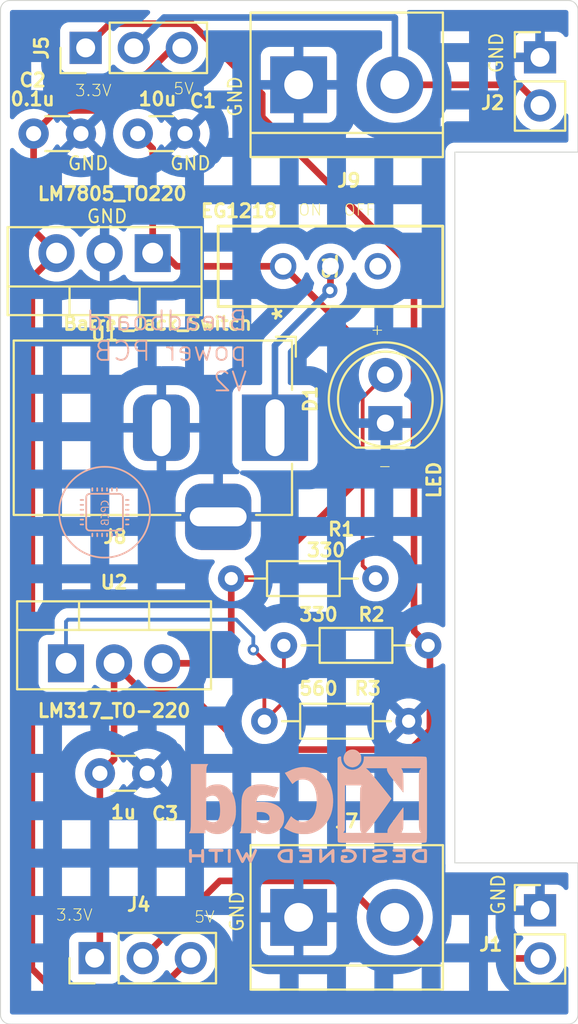
<source format=kicad_pcb>
(kicad_pcb (version 20240108) (generator "pcbnew") (generator_version "8.0")
  (title_block (title "Bread Board power supply") (date "2025-02-09") (rev "v0.1"))
  (layers (0 "F.Cu" signal) (31 "B.Cu" signal) (34 "B.Paste" user) (35 "F.Paste" user) (36 "B.SilkS" user "B.Silkscreen") (37 "F.SilkS" user "F.Silkscreen") (38 "B.Mask" user) (39 "F.Mask" user) (44 "Edge.Cuts" user))
  (net 0 "")
  (net 1 "/12V")
  (net 2 "GND")
  (net 3 "/5V")
  (net 4 "/3.3V")
  (net 5 "Net-(D1-A)")
  (net 6 "/PWR_output1")
  (net 7 "/PWR_input")
  (net 8 "Net-(U2-ADJ)")
  (net 10 "/PWR_output2")
  (footprint "TerminalBlock:TerminalBlock_bornier-2_P5.08mm" (layer "F.Cu") (at 143.25 29.95)
    (property "Reference" "J9" (at 2.65 5.05 0) (layer "F.SilkS") (effects (font (size 0.7 0.7))))
    (property "Value" "Screw_Terminal_01x02" (hide yes))
    (pad "1" thru_hole rect (at 0 0) (size 3 3) (drill 1.52) (layers "*.Cu" "*.Mask") (net 2 "GND"))
    (pad "2" thru_hole circle (at 5.08 0) (size 3 3) (drill 1.52) (layers "*.Cu" "*.Mask") (net 10 "/PWR_output2"))
  )
  (footprint "Resistor_THT:R_Axial_DIN0204_L3.6mm_D1.6mm_P7.62mm_Horizontal" (layer "F.Cu") (at 142.47 59.525)
    (property "Reference" "R2" (at 4.63 -1.625 0) (layer "F.SilkS") (effects (font (size 0.7 0.7))))
    (property "Value" "330" (at 1.83 -1.625 0) (layer "F.SilkS") (effects (font (size 0.7 0.7))))
    (pad "1" thru_hole circle (at 0 0) (size 1.4 1.4) (drill 0.7) (layers "*.Cu" "*.Mask") (net 8 "Net-(U2-ADJ)"))
    (pad "2" thru_hole oval (at 7.62 0) (size 1.4 1.4) (drill 0.7) (layers "*.Cu" "*.Mask") (net 4 "/3.3V"))
  )
  (footprint "Connector_PinHeader_2.54mm:PinHeader_1x02_P2.54mm_Vertical" (layer "F.Cu") (at 156 28.5)
    (property "Reference" "J2" (at -2.5 2.4 0) (layer "F.SilkS") (effects (font (size 0.7 0.7))))
    (property "Value" "Conn_01x02_Pin" (hide yes))
    (pad "1" thru_hole rect (at 0 0) (size 1.7 1.7) (drill 1) (layers "*.Cu" "*.Mask") (net 2 "GND"))
    (pad "2" thru_hole oval (at 0 2.54) (size 1.7 1.7) (drill 1) (layers "*.Cu" "*.Mask") (net 10 "/PWR_output2"))
  )
  (footprint "Package_TO_SOT_THT:TO-220-3_Vertical" (layer "F.Cu") (at 135.54 38.83 180)
    (property "Reference" "U1" (at 2.54 -4.27 0) (layer "F.SilkS") (effects (font (size 0.7 0.7))))
    (property "Value" "LM7805_TO220" (at 2.14 3.13 0) (layer "F.SilkS") (effects (font (size 0.7 0.7))))
    (pad "1" thru_hole rect (at 0 0 180) (size 1.905 2) (drill 1.1) (layers "*.Cu" "*.Mask") (net 1 "/12V"))
    (pad "2" thru_hole oval (at 2.54 0 180) (size 1.905 2) (drill 1.1) (layers "*.Cu" "*.Mask") (net 2 "GND"))
    (pad "3" thru_hole oval (at 5.08 0 180) (size 1.905 2) (drill 1.1) (layers "*.Cu" "*.Mask") (net 3 "/5V"))
  )
  (footprint "Connector_PinHeader_2.54mm:PinHeader_1x02_P2.54mm_Vertical" (layer "F.Cu") (at 156 73.5)
    (property "Reference" "J1" (at -2.6 1.8 0) (layer "F.SilkS") (effects (font (size 0.7 0.7))))
    (property "Value" "Conn_01x02_Pin" (hide yes))
    (pad "1" thru_hole rect (at 0 0) (size 1.7 1.7) (drill 1) (layers "*.Cu" "*.Mask") (net 2 "GND"))
    (pad "2" thru_hole oval (at 0 2.54) (size 1.7 1.7) (drill 1) (layers "*.Cu" "*.Mask") (net 6 "/PWR_output1"))
  )
  (footprint "Resistor_THT:R_Axial_DIN0204_L3.6mm_D1.6mm_P7.62mm_Horizontal" (layer "F.Cu") (at 147.31 56 180)
    (property "Reference" "R1" (at 1.81 2.6 0) (layer "F.SilkS") (effects (font (size 0.7 0.7))))
    (property "Value" "330" (at 2.61 1.5 0) (layer "F.SilkS") (effects (font (size 0.7 0.7))))
    (pad "1" thru_hole circle (at 0 0 180) (size 1.4 1.4) (drill 0.7) (layers "*.Cu" "*.Mask") (net 5 "Net-(D1-A)"))
    (pad "2" thru_hole oval (at 7.62 0 180) (size 1.4 1.4) (drill 0.7) (layers "*.Cu" "*.Mask") (net 1 "/12V"))
  )
  (footprint "Capacitor_THT:C_Disc_D3.0mm_W1.6mm_P2.50mm" (layer "F.Cu") (at 129.25 32.525)
    (property "Reference" "C2" (at -0.05 -2.825 0) (layer "F.SilkS") (effects (font (size 0.7 0.7))))
    (property "Value" "0.1u" (at -0.05 -1.825 0) (layer "F.SilkS") (effects (font (size 0.7 0.7))))
    (pad "1" thru_hole circle (at 0 0) (size 1.6 1.6) (drill 0.8) (layers "*.Cu" "*.Mask") (net 3 "/5V"))
    (pad "2" thru_hole circle (at 2.5 0) (size 1.6 1.6) (drill 0.8) (layers "*.Cu" "*.Mask") (net 2 "GND"))
  )
  (footprint "Package_TO_SOT_THT:TO-220-3_Vertical" (layer "F.Cu") (at 130.96 60.47)
    (property "Reference" "U2" (at 2.54 -4.27 0) (layer "F.SilkS") (effects (font (size 0.7 0.7))))
    (property "Value" "LM317_TO-220" (at 2.54 2.5 0) (layer "F.SilkS") (effects (font (size 0.7 0.7))))
    (pad "1" thru_hole rect (at 0 0) (size 1.905 2) (drill 1.1) (layers "*.Cu" "*.Mask") (net 8 "Net-(U2-ADJ)"))
    (pad "2" thru_hole oval (at 2.54 0) (size 1.905 2) (drill 1.1) (layers "*.Cu" "*.Mask") (net 4 "/3.3V"))
    (pad "3" thru_hole oval (at 5.08 0) (size 1.905 2) (drill 1.1) (layers "*.Cu" "*.Mask") (net 1 "/12V"))
  )
  (footprint "Connector_PinHeader_2.54mm:PinHeader_1x03_P2.54mm_Vertical" (layer "F.Cu") (at 132 28 90)
    (property "Reference" "J5" (at 0 -2.33 90) (layer "F.SilkS") (effects (font (size 0.7 0.7))))
    (property "Value" "Conn_01x03_Pin" (hide yes))
    (pad "1" thru_hole rect (at 0 0 90) (size 1.7 1.7) (drill 1) (layers "*.Cu" "*.Mask") (net 4 "/3.3V"))
    (pad "2" thru_hole oval (at 0 2.54 90) (size 1.7 1.7) (drill 1) (layers "*.Cu" "*.Mask") (net 10 "/PWR_output2"))
    (pad "3" thru_hole oval (at 0 5.08 90) (size 1.7 1.7) (drill 1) (layers "*.Cu" "*.Mask") (net 3 "/5V"))
  )
  (footprint "Connector_PinHeader_2.54mm:PinHeader_1x03_P2.54mm_Vertical" (layer "F.Cu") (at 132.475 76.025 90)
    (property "Reference" "J4" (at 2.825 2.325 180) (layer "F.SilkS") (effects (font (size 0.7 0.7))))
    (property "Value" "Conn_01x03_Pin" (hide yes))
    (pad "1" thru_hole rect (at 0 0 90) (size 1.7 1.7) (drill 1) (layers "*.Cu" "*.Mask") (net 4 "/3.3V"))
    (pad "2" thru_hole oval (at 0 2.54 90) (size 1.7 1.7) (drill 1) (layers "*.Cu" "*.Mask") (net 6 "/PWR_output1"))
    (pad "3" thru_hole oval (at 0 5.08 90) (size 1.7 1.7) (drill 1) (layers "*.Cu" "*.Mask") (net 3 "/5V"))
  )
  (footprint "footprints:SW_1218_EWI" (layer "F.Cu") (at 142.4309 39.525 90)
    (property "Reference" "S1" (at 0 2.5 90) (layer "F.SilkS") (effects (font (size 0.7 0.7))))
    (property "Value" "EG1218" (at 2.925 -2.3309 0) (layer "F.SilkS") (effects (font (size 0.7 0.7))))
    (fp_text user "*" (at -2.5019 0 90) (layer "F.SilkS"))
    (fp_text user "*" (at -2.5019 0 90) (layer "F.SilkS"))
    (pad "1" thru_hole circle (at 0 0 90) (size 1.397 1.397) (drill 0.889) (layers "*.Cu" "*.Mask") (net 1 "/12V"))
    (pad "2" thru_hole circle (at 0 2.5 90) (size 1.397 1.397) (drill 0.889) (layers "*.Cu" "*.Mask") (net 7 "/PWR_input"))
    (pad "3" thru_hole circle (at 0 5 90) (size 1.397 1.397) (drill 0.889) (layers "*.Cu" "*.Mask"))
  )
  (footprint "Capacitor_THT:C_Disc_D3.0mm_W1.6mm_P2.50mm" (layer "F.Cu") (at 134.75 32.525)
    (property "Reference" "C1" (at 3.45 -1.725 0) (layer "F.SilkS") (effects (font (size 0.7 0.7))))
    (property "Value" "10u" (at 1.05 -1.825 0) (layer "F.SilkS") (effects (font (size 0.7 0.7))))
    (pad "1" thru_hole circle (at 0 0) (size 1.6 1.6) (drill 0.8) (layers "*.Cu" "*.Mask") (net 1 "/12V"))
    (pad "2" thru_hole circle (at 2.5 0) (size 1.6 1.6) (drill 0.8) (layers "*.Cu" "*.Mask") (net 2 "GND"))
  )
  (footprint "Connector_BarrelJack:BarrelJack_Horizontal" (layer "F.Cu") (at 142 48.0425)
    (property "Reference" "J8" (at -8.45 5.75 0) (layer "F.SilkS") (effects (font (size 0.7 0.7))))
    (property "Value" "Barrel_Jack_Switch" (at -6.2 -5.5 0) (layer "F.SilkS") (effects (font (size 0.7 0.7))))
    (pad "1" thru_hole rect (at 0 0) (size 3.5 3.5) (drill oval 1 3) (layers "*.Cu" "*.Mask") (net 7 "/PWR_input"))
    (pad "2" thru_hole roundrect (at -6 0) (size 3 3.5) (drill oval 1 3) (layers "*.Cu" "*.Mask") (net 2 "GND"))
    (pad "3" thru_hole roundrect (at -3 4.7) (size 3.5 3.5) (drill oval 3 1) (layers "*.Cu" "*.Mask") (net 2 "GND"))
  )
  (footprint "TerminalBlock:TerminalBlock_bornier-2_P5.08mm" (layer "F.Cu") (at 143.25 73.875)
    (property "Reference" "J7" (at 2.54 -5.08 0) (layer "F.SilkS") (effects (font (size 0.7 0.7))))
    (property "Value" "Screw_Terminal_01x02" (hide yes))
    (pad "1" thru_hole rect (at 0 0) (size 3 3) (drill 1.52) (layers "*.Cu" "*.Mask") (net 2 "GND"))
    (pad "2" thru_hole circle (at 5.08 0) (size 3 3) (drill 1.52) (layers "*.Cu" "*.Mask") (net 6 "/PWR_output1"))
  )
  (footprint "Capacitor_THT:C_Disc_D3.0mm_W1.6mm_P2.50mm" (layer "F.Cu") (at 132.75 66.275)
    (property "Reference" "C3" (at 3.45 2.125 0) (layer "F.SilkS") (effects (font (size 0.7 0.7))))
    (property "Value" "1u" (at 1.25 2.05 0) (layer "F.SilkS") (effects (font (size 0.7 0.7))))
    (pad "1" thru_hole circle (at 0 0) (size 1.6 1.6) (drill 0.8) (layers "*.Cu" "*.Mask") (net 4 "/3.3V"))
    (pad "2" thru_hole circle (at 2.5 0) (size 1.6 1.6) (drill 0.8) (layers "*.Cu" "*.Mask") (net 2 "GND"))
  )
  (footprint "Resistor_THT:R_Axial_DIN0204_L3.6mm_D1.6mm_P7.62mm_Horizontal" (layer "F.Cu") (at 149.06 63.525 180)
    (property "Reference" "R3" (at 2.16 1.725 0) (layer "F.SilkS") (effects (font (size 0.7 0.7))))
    (property "Value" "560" (at 4.76 1.725 0) (layer "F.SilkS") (effects (font (size 0.7 0.7))))
    (pad "1" thru_hole circle (at 0 0 180) (size 1.4 1.4) (drill 0.7) (layers "*.Cu" "*.Mask") (net 2 "GND"))
    (pad "2" thru_hole oval (at 7.62 0 180) (size 1.4 1.4) (drill 0.7) (layers "*.Cu" "*.Mask") (net 8 "Net-(U2-ADJ)"))
  )
  (footprint "LED_THT:LED_D5.0mm" (layer "F.Cu") (at 147.83 47.8 90)
    (property "Reference" "D1" (at 1.27 -3.96 90) (layer "F.SilkS") (effects (font (size 0.7 0.7))))
    (property "Value" "LED" (at -3 2.57 90) (layer "F.SilkS") (effects (font (size 0.7 0.7))))
    (pad "1" thru_hole rect (at 0 0 90) (size 1.8 1.8) (drill 0.9) (layers "*.Cu" "*.Mask") (net 2 "GND"))
    (pad "2" thru_hole circle (at 2.54 0 90) (size 1.8 1.8) (drill 0.9) (layers "*.Cu" "*.Mask") (net 5 "Net-(D1-A)"))
  )
  (footprint "Symbol:KiCad-Logo2_5mm_SilkScreen" (layer "B.Cu") (at 143.75 68 180)
    (property "Reference" "REF**" (hide yes))
    (property "Value" "KiCad-Logo2_5mm_SilkScreen" (hide yes))
  )
  (footprint "logo:logo" (layer "B.Cu") (at 133 52.5 -90)
    (property "Reference" "G***" (hide yes))
    (property "Value" "LOGO" (hide yes))
  )
  (gr_arc (start 157.5 25.5) (mid 157.853553 25.646447) (end 158 26) (stroke (width 0.05)) (layer "Edge.Cuts"))
  (gr_line (start 157.5 25.5) (end 128 25.5) (stroke (width 0.05)) (layer "Edge.Cuts"))
  (gr_line (start 128 79.5) (end 157.5 79.5) (stroke (width 0.05)) (layer "Edge.Cuts"))
  (gr_arc (start 128 79.5) (mid 127.646447 79.353553) (end 127.5 79) (stroke (width 0.05)) (layer "Edge.Cuts"))
  (gr_line (start 158 33.5) (end 158 26) (stroke (width 0.05)) (layer "Edge.Cuts"))
  (gr_arc (start 158 79) (mid 157.853553 79.353553) (end 157.5 79.5) (stroke (width 0.05)) (layer "Edge.Cuts"))
  (gr_line (start 127.5 26) (end 127.5 79) (stroke (width 0.05)) (layer "Edge.Cuts"))
  (gr_line (start 158 79) (end 158 71) (stroke (width 0.05)) (layer "Edge.Cuts"))
  (gr_line (start 158 71) (end 151.5 71) (stroke (width 0.05)) (layer "Edge.Cuts"))
  (gr_arc (start 127.5 26) (mid 127.646447 25.646447) (end 128 25.5) (stroke (width 0.05)) (layer "Edge.Cuts"))
  (gr_line (start 151.5 33.5) (end 158 33.5) (stroke (width 0.05)) (layer "Edge.Cuts"))
  (gr_line (start 151.5 71) (end 151.5 33.5) (stroke (width 0.05)) (layer "Edge.Cuts"))
  (gr_text "Breadboard \npower PCB \nV2" (at 140.6 46.2 0) (layer "B.SilkS") (effects (font (size 1 1) (thickness 0.1)) (justify left bottom mirror)))
  (gr_text "3.3V" (at 130.4 74.1 0) (layer "F.SilkS") (effects (font (size 0.6 0.6) (thickness 0.05)) (justify left bottom)))
  (gr_text "GND" (at 140.3 31.7 90) (layer "F.SilkS") (effects (font (size 0.7 0.7) (thickness 0.1)) (justify left bottom)))
  (gr_text "+" (at 147 43.2 0) (layer "F.SilkS") (effects (font (size 0.6 0.6) (thickness 0.05)) (justify left bottom)))
  (gr_text "-" (at 147.4 50.4 0) (layer "F.SilkS") (effects (font (size 0.6 0.6) (thickness 0.05)) (justify left bottom)))
  (gr_text "5V" (at 137.7 74.2 0) (layer "F.SilkS") (effects (font (size 0.6 0.6) (thickness 0.05)) (justify left bottom)))
  (gr_text "GND" (at 154.1 29.4 90) (layer "F.SilkS") (effects (font (size 0.7 0.7) (thickness 0.1)) (justify left bottom)))
  (gr_text "3.3V" (at 131.4 30.6 0) (layer "F.SilkS") (effects (font (size 0.6 0.6) (thickness 0.05)) (justify left bottom)))
  (gr_text "GND" (at 140.4 74.7 90) (layer "F.SilkS") (effects (font (size 0.7 0.7) (thickness 0.1)) (justify left bottom)))
  (gr_text "GND" (at 132 37.3 0) (layer "F.SilkS") (effects (font (size 0.7 0.7) (thickness 0.1)) (justify left bottom)))
  (gr_text "OFF" (at 145.6 36.9 0) (layer "F.SilkS") (effects (font (size 0.6 0.6) (thickness 0.05)) (justify left bottom)))
  (gr_text "GND" (at 131 34.5 0) (layer "F.SilkS") (effects (font (size 0.7 0.7) (thickness 0.1)) (justify left bottom)))
  (gr_text "ON" (at 143.2 36.9 0) (layer "F.SilkS") (effects (font (size 0.6 0.6) (thickness 0.05)) (justify left bottom)))
  (gr_text "5V" (at 136.6 30.5 0) (layer "F.SilkS") (effects (font (size 0.6 0.6) (thickness 0.05)) (justify left bottom)))
  (gr_text "GND" (at 136.4 34.5 0) (layer "F.SilkS") (effects (font (size 0.7 0.7) (thickness 0.1)) (justify left bottom)))
  (gr_text "GND" (at 154.2 73.8 90) (layer "F.SilkS") (effects (font (size 0.7 0.7) (thickness 0.1)) (justify left bottom)))
  (segment (start 135.54 38.83) (end 136.112 38.83) (width 0.35) (layer "F.Cu") (net 1))
  (segment (start 146.05 51.14) (end 141.19 56) (width 0.35) (layer "F.Cu") (net 1))
  (segment (start 139.115991 60.47) (end 136.04 60.47) (width 0.35) (layer "F.Cu") (net 1))
  (segment (start 146.05 43.1441) (end 146.05 51.14) (width 0.35) (layer "F.Cu") (net 1))
  (segment (start 135.54 38.83) (end 135.54 33.315) (width 0.35) (layer "F.Cu") (net 1))
  (segment (start 139.69 56) (end 139.69 59.895991) (width 0.35) (layer "F.Cu") (net 1))
  (segment (start 139.69 59.895991) (end 139.115991 60.47) (width 0.35) (layer "F.Cu") (net 1))
  (segment (start 136.807 39.525) (end 142.4309 39.525) (width 0.35) (layer "F.Cu") (net 1))
  (segment (start 135.54 33.315) (end 134.75 32.525) (width 0.35) (layer "F.Cu") (net 1))
  (segment (start 142.4309 39.525) (end 146.05 43.1441) (width 0.35) (layer "F.Cu") (net 1))
  (segment (start 141.19 56) (end 139.69 56) (width 0.35) (layer "F.Cu") (net 1))
  (segment (start 136.112 38.83) (end 136.807 39.525) (width 0.35) (layer "F.Cu") (net 1))
  (segment (start 137.08 28) (end 136.592 28) (width 0.35) (layer "F.Cu") (net 3))
  (segment (start 129.1575 76.5795) (end 131.064 78.486) (width 0.35) (layer "F.Cu") (net 3))
  (segment (start 133.292 31.3) (end 130.475 31.3) (width 0.35) (layer "F.Cu") (net 3))
  (segment (start 129.1575 40.1325) (end 129.1575 76.5795) (width 0.35) (layer "F.Cu") (net 3))
  (segment (start 136.592 28) (end 133.292 31.3) (width 0.35) (layer "F.Cu") (net 3))
  (segment (start 131.064 78.486) (end 135.094 78.486) (width 0.35) (layer "F.Cu") (net 3))
  (segment (start 130.46 38.83) (end 129.1575 40.1325) (width 0.35) (layer "F.Cu") (net 3))
  (segment (start 129.25 37.62) (end 130.46 38.83) (width 0.35) (layer "F.Cu") (net 3))
  (segment (start 129.25 32.525) (end 129.25 37.62) (width 0.35) (layer "F.Cu") (net 3))
  (segment (start 135.094 78.486) (end 137.555 76.025) (width 0.35) (layer "F.Cu") (net 3))
  (segment (start 130.475 31.3) (end 129.25 32.525) (width 0.35) (layer "F.Cu") (net 3))
  (segment (start 140.462 65.024) (end 149.151991 65.024) (width 0.35) (layer "F.Cu") (net 4))
  (segment (start 137.608123 26.725) (end 141.325 30.441877) (width 0.35) (layer "F.Cu") (net 4))
  (segment (start 133.5 60.47) (end 134.925 61.895) (width 0.35) (layer "F.Cu") (net 4))
  (segment (start 133.5 65.525) (end 132.75 66.275) (width 0.35) (layer "F.Cu") (net 4))
  (segment (start 150.185 63.990991) (end 150.185 59.62) (width 0.35) (layer "F.Cu") (net 4))
  (segment (start 141.325 31.648) (end 149.344009 39.667009) (width 0.35) (layer "F.Cu") (net 4))
  (segment (start 137.333 61.895) (end 140.462 65.024) (width 0.35) (layer "F.Cu") (net 4))
  (segment (start 133.5 60.47) (end 133.5 65.525) (width 0.35) (layer "F.Cu") (net 4))
  (segment (start 132 28) (end 133.275 26.725) (width 0.35) (layer "F.Cu") (net 4))
  (segment (start 149.344009 58.666009) (end 149.352 58.674) (width 0.35) (layer "F.Cu") (net 4))
  (segment (start 134.925 61.895) (end 137.333 61.895) (width 0.35) (layer "F.Cu") (net 4))
  (segment (start 150.185 59.62) (end 150.09 59.525) (width 0.35) (layer "F.Cu") (net 4))
  (segment (start 149.151991 65.024) (end 150.185 63.990991) (width 0.35) (layer "F.Cu") (net 4))
  (segment (start 133.275 26.725) (end 137.608123 26.725) (width 0.35) (layer "F.Cu") (net 4))
  (segment (start 132.75 75.75) (end 132.475 76.025) (width 0.35) (layer "F.Cu") (net 4))
  (segment (start 141.325 30.441877) (end 141.325 31.648) (width 0.35) (layer "F.Cu") (net 4))
  (segment (start 149.344009 39.667009) (end 149.344009 58.666009) (width 0.35) (layer "F.Cu") (net 4))
  (segment (start 149.352 58.674) (end 149.352 58.787) (width 0.35) (layer "F.Cu") (net 4))
  (segment (start 149.352 58.787) (end 150.09 59.525) (width 0.35) (layer "F.Cu") (net 4))
  (segment (start 132.75 66.275) (end 132.75 75.75) (width 0.35) (layer "F.Cu") (net 4))
  (segment (start 146.63 55.32) (end 147.31 56) (width 0.2) (layer "F.Cu") (net 5))
  (segment (start 146.63 46.46) (end 147.83 45.26) (width 0.2) (layer "F.Cu") (net 5))
  (segment (start 146.63 46.46) (end 146.63 55.32) (width 0.2) (layer "F.Cu") (net 5))
  (segment (start 139.09 71.95) (end 146.405 71.95) (width 0.35) (layer "F.Cu") (net 6))
  (segment (start 146.405 72.798528) (end 147.905736 74.299264) (width 0.35) (layer "F.Cu") (net 6))
  (segment (start 156 76.04) (end 150.495 76.04) (width 0.35) (layer "F.Cu") (net 6))
  (segment (start 150.495 76.04) (end 148.754264 74.299264) (width 0.35) (layer "F.Cu") (net 6))
  (segment (start 135.015 76.025) (end 139.09 71.95) (width 0.35) (layer "F.Cu") (net 6))
  (segment (start 146.405 71.95) (end 146.405 72.798528) (width 0.35) (layer "F.Cu") (net 6))
  (segment (start 144.9309 40.7691) (end 144.9 40.8) (width 0.35) (layer "F.Cu") (net 7))
  (segment (start 144.9309 39.525) (end 144.9309 40.7691) (width 0.35) (layer "F.Cu") (net 7))
  (via (at 144.9 40.8) (size 0.8) (drill 0.4) (layers "F.Cu" "B.Cu") (net 7))
  (segment (start 142 43.7) (end 142 49.0675) (width 0.35) (layer "B.Cu") (net 7))
  (segment (start 144.9 40.8) (end 142 43.7) (width 0.35) (layer "B.Cu") (net 7))
  (segment (start 141.44 60.34) (end 140.855649 59.755649) (width 0.2) (layer "F.Cu") (net 8))
  (segment (start 142.47 62.495) (end 141.44 63.525) (width 0.2) (layer "F.Cu") (net 8))
  (segment (start 141.44 63.525) (end 141.44 60.34) (width 0.2) (layer "F.Cu") (net 8))
  (segment (start 142.47 59.525) (end 142.47 62.495) (width 0.2) (layer "F.Cu") (net 8))
  (via (at 140.855649 59.755649) (size 0.6) (drill 0.3) (layers "F.Cu" "B.Cu") (net 8))
  (segment (start 140.855649 59.067649) (end 139.954 58.166) (width 0.2) (layer "B.Cu") (net 8))
  (segment (start 131.064 58.166) (end 130.96 58.27) (width 0.2) (layer "B.Cu") (net 8))
  (segment (start 130.96 58.27) (end 130.96 60.47) (width 0.2) (layer "B.Cu") (net 8))
  (segment (start 140.855649 59.755649) (end 140.855649 59.067649) (width 0.2) (layer "B.Cu") (net 8))
  (segment (start 139.954 58.166) (end 131.064 58.166) (width 0.2) (layer "B.Cu") (net 8))
  (segment (start 148.33 29.95) (end 154.91 29.95) (width 0.35) (layer "F.Cu") (net 10))
  (segment (start 154.91 29.95) (end 156 31.04) (width 0.35) (layer "F.Cu") (net 10))
  (segment (start 148.32 26.4) (end 148.336 26.416) (width 0.35) (layer "B.Cu") (net 10))
  (segment (start 148.336 26.416) (end 148.336 29.095472) (width 0.35) (layer "B.Cu") (net 10))
  (segment (start 148.336 29.095472) (end 147.905736 29.525736) (width 0.35) (layer "B.Cu") (net 10))
  (segment (start 136.14 26.4) (end 148.32 26.4) (width 0.35) (layer "B.Cu") (net 10))
  (segment (start 134.54 28) (end 136.14 26.4) (width 0.35) (layer "B.Cu") (net 10))
  (zone (net 2) (net_name "GND") (layer "B.Cu") (connect_pads (clearance 0.5)) (min_thickness 0.25) (fill yes (mode hatch) (thermal_gap 0.5) (thermal_bridge_width 0.5) (hatch_thickness 1) (hatch_gap 1.5) (hatch_orientation 0) (hatch_border_algorithm hatch_thickness) (hatch_min_hole_area 0.3))
    (polygon (pts (xy 128 26) (xy 128 79) (xy 157.5 79) (xy 157.5 71.5) (xy 151 71.5) (xy 151.5 33) (xy 157.8476 33) (xy 157.8476 26) (xy 151 26)))
  )
)
</source>
